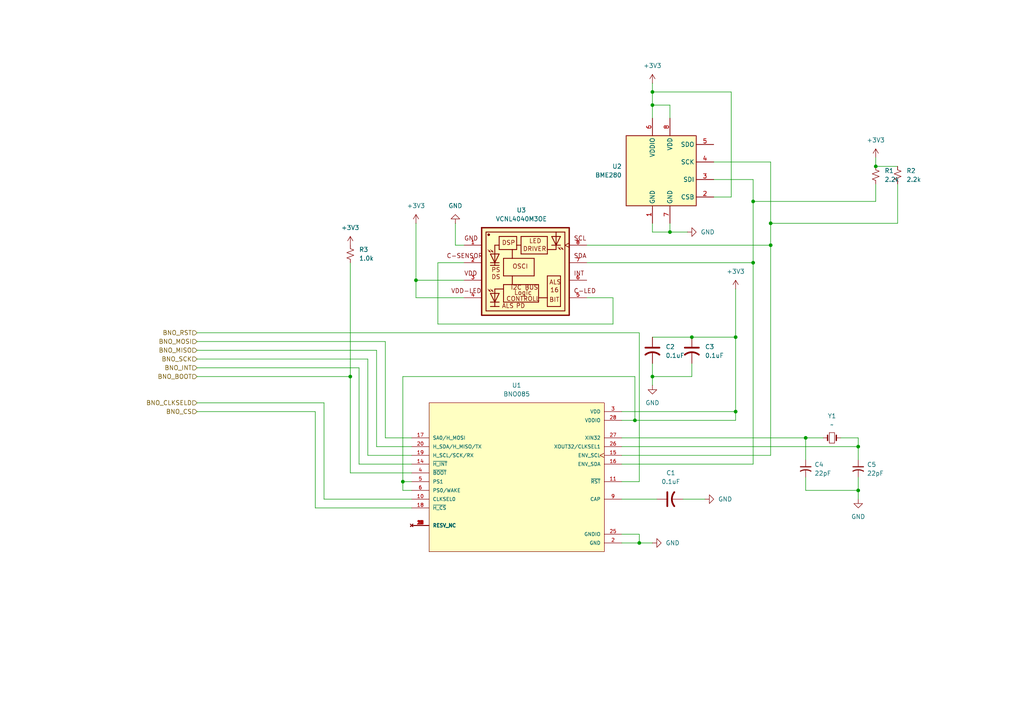
<source format=kicad_sch>
(kicad_sch (version 20250114) (generator "eeschema") (generator_version "9.0")
  (paper "A4")
  (lib_symbols
    (symbol "BNO085:BNO085" (pin_names (offset 1.016))
      (property "Reference" "U" (at -25.4 21.59 0))
      (property "Value" "BNO085" (at -25.4 -25.4 0))
      (symbol "BNO085_0_0"
        (rectangle (start -25.4 -22.86) (end 25.4 20.32) (stroke (width 0.1524)) (fill (type background)))
        (pin input line (at -30.48 10.16 0) (length 5.08) (name "SA0/H_MOSI") (number "17"))
        (pin bidirectional line (at -30.48 7.62 0) (length 5.08) (name "H_SDA/H_MISO/TX") (number "20"))
        (pin bidirectional line (at -30.48 5.08 0) (length 5.08) (name "H_SCL/SCK/RX") (number "19"))
        (pin output line (at -30.48 2.54 0) (length 5.08) (name "~{H_INT}") (number "14"))
        (pin input line (at -30.48 0 0) (length 5.08) (name "~{BOOT}") (number "4"))
        (pin input line (at -30.48 -2.54 0) (length 5.08) (name "PS1") (number "5"))
        (pin input line (at -30.48 -5.08 0) (length 5.08) (name "PS0/WAKE") (number "6"))
        (pin input line (at -30.48 -7.62 0) (length 5.08) (name "CLKSEL0") (number "10"))
        (pin input line (at -30.48 -10.16 0) (length 5.08) (name "~{H_CS}") (number "18"))
        (pin no_connect line (at -30.48 -15.24 0) (length 5.08) (name "RESV_NC") (number "1"))
        (pin no_connect line (at -30.48 -15.24 0) (length 5.08) (name "RESV_NC") (number "12"))
        (pin no_connect line (at -30.48 -15.24 0) (length 5.08) (name "RESV_NC") (number "13"))
        (pin no_connect line (at -30.48 -15.24 0) (length 5.08) (name "RESV_NC") (number "21"))
        (pin no_connect line (at -30.48 -15.24 0) (length 5.08) (name "RESV_NC") (number "22"))
        (pin no_connect line (at -30.48 -15.24 0) (length 5.08) (name "RESV_NC") (number "23"))
        (pin no_connect line (at -30.48 -15.24 0) (length 5.08) (name "RESV_NC") (number "24"))
        (pin no_connect line (at -30.48 -15.24 0) (length 5.08) (name "RESV_NC") (number "7"))
        (pin no_connect line (at -30.48 -15.24 0) (length 5.08) (name "RESV_NC") (number "8"))
        (pin power_in line (at 30.48 17.78 180) (length 5.08) (name "VDD") (number "3"))
        (pin power_in line (at 30.48 15.24 180) (length 5.08) (name "VDDIO") (number "28"))
        (pin input line (at 30.48 10.16 180) (length 5.08) (name "XIN32") (number "27"))
        (pin output line (at 30.48 7.62 180) (length 5.08) (name "XOUT32/CLKSEL1") (number "26"))
        (pin bidirectional clock (at 30.48 5.08 180) (length 5.08) (name "ENV_SCL") (number "15"))
        (pin bidirectional line (at 30.48 2.54 180) (length 5.08) (name "ENV_SDA") (number "16"))
        (pin input line (at 30.48 -2.54 180) (length 5.08) (name "~{RST}") (number "11"))
        (pin passive line (at 30.48 -7.62 180) (length 5.08) (name "CAP") (number "9"))
        (pin power_in line (at 30.48 -17.78 180) (length 5.08) (name "GNDIO") (number "25"))
        (pin power_in line (at 30.48 -20.32 180) (length 5.08) (name "GND") (number "2"))
      )
    )
    (symbol "Device:C_Small_US" (pin_numbers (hide yes)) (pin_names (offset 0.254) (hide yes))
      (property "Reference" "C" (at 0.254 1.778 0))
      (property "Value" "C_Small_US" (at 0.254 -2.032 0))
      (symbol "C_Small_US_0_1"
        (polyline (pts (xy -1.524 0.508) (xy 1.524 0.508)) (stroke (width 0.3048)))
        (arc (start -1.524 -0.762) (mid 0 -0.3734) (end 1.524 -0.762) (stroke (width 0.3048)))
      )
      (symbol "C_Small_US_1_1"
        (pin passive line (at 0 2.54 270) (length 2.032) (name "~") (number "1"))
        (pin passive line (at 0 -2.54 90) (length 2.032) (name "~") (number "2"))
      )
    )
    (symbol "Device:C_US" (pin_numbers (hide yes)) (pin_names (offset 0.254) (hide yes))
      (property "Reference" "C" (at 0.635 2.54 0))
      (property "Value" "C_US" (at 0.635 -2.54 0))
      (symbol "C_US_0_1"
        (polyline (pts (xy -2.032 0.762) (xy 2.032 0.762)) (stroke (width 0.508)))
        (arc (start -2.032 -1.27) (mid 0 -0.5572) (end 2.032 -1.27) (stroke (width 0.508)))
      )
      (symbol "C_US_1_1"
        (pin passive line (at 0 3.81 270) (length 2.794) (name "~") (number "1"))
        (pin passive line (at 0 -3.81 90) (length 3.302) (name "~") (number "2"))
      )
    )
    (symbol "Device:Crystal_Small" (pin_numbers (hide yes)) (pin_names (offset 1.016) (hide yes))
      (property "Reference" "Y" (at 0 2.54 0))
      (property "Value" "Crystal_Small" (at 0 -2.54 0))
      (symbol "Crystal_Small_0_1"
        (polyline (pts (xy -1.27 -0.762) (xy -1.27 0.762)) (stroke (width 0.381)))
        (rectangle (start -0.762 -1.524) (end 0.762 1.524))
        (polyline (pts (xy 1.27 -0.762) (xy 1.27 0.762)) (stroke (width 0.381)))
      )
      (symbol "Crystal_Small_1_1"
        (pin passive line (at -2.54 0 0) (length 1.27) (name "1") (number "1"))
        (pin passive line (at 2.54 0 180) (length 1.27) (name "2") (number "2"))
      )
    )
    (symbol "Device:R_Small_US" (pin_numbers (hide yes)) (pin_names (offset 0.254) (hide yes))
      (property "Reference" "R" (at 0.762 0.508 0))
      (property "Value" "R_Small_US" (at 0.762 -1.016 0))
      (symbol "R_Small_US_1_1"
        (polyline (pts (xy 0 1.524) (xy 1.016 1.143) (xy 0 0.762) (xy -1.016 0.381) (xy 0 0)))
        (polyline (pts (xy 0 0) (xy 1.016 -0.381) (xy 0 -0.762) (xy -1.016 -1.143) (xy 0 -1.524)))
        (pin passive line (at 0 2.54 270) (length 1.016) (name "~") (number "1"))
        (pin passive line (at 0 -2.54 90) (length 1.016) (name "~") (number "2"))
      )
    )
    (symbol "Sensor:BME280"
      (property "Reference" "U" (at -8.89 11.43 0))
      (property "Value" "BME280" (at 7.62 11.43 0))
      (symbol "BME280_0_1"
        (rectangle (start -10.16 10.16) (end 10.16 -10.16) (stroke (width 0.254)) (fill (type background)))
      )
      (symbol "BME280_1_1"
        (pin power_in line (at -2.54 15.24 270) (length 5.08) (name "VDDIO") (number "6"))
        (pin power_in line (at -2.54 -15.24 90) (length 5.08) (name "GND") (number "1"))
        (pin power_in line (at 2.54 15.24 270) (length 5.08) (name "VDD") (number "8"))
        (pin power_in line (at 2.54 -15.24 90) (length 5.08) (name "GND") (number "7"))
        (pin bidirectional line (at 15.24 7.62 180) (length 5.08) (name "SDO") (number "5"))
        (pin input line (at 15.24 2.54 180) (length 5.08) (name "SCK") (number "4"))
        (pin bidirectional line (at 15.24 -2.54 180) (length 5.08) (name "SDI") (number "3"))
        (pin input line (at 15.24 -7.62 180) (length 5.08) (name "CSB") (number "2"))
      )
    )
    (symbol "VCNL4040:VCNL4040M3OE" (pin_names (offset 1.016))
      (property "Reference" "U" (at -5.0878 13.9915 0))
      (property "Value" "VCNL4040M3OE" (at -5.0849 -15.2548 0))
      (symbol "VCNL4040M3OE_0_0"
        (rectangle (start -12.7 -12.7) (end 12.7 12.7) (stroke (width 0.4064)) (fill (type background)))
        (polyline (pts (xy -11.43 11.43) (xy 8.89 11.43)) (stroke (width 0.254)))
        (polyline (pts (xy -11.43 -11.43) (xy -11.43 11.43)) (stroke (width 0.254)))
        (polyline (pts (xy -10.922 6.35) (xy -10.16 5.588)) (stroke (width 0.127)))
        (polyline (pts (xy -10.922 -5.08) (xy -10.16 -5.842)) (stroke (width 0.127)))
        (circle (center -10.668 10.668) (radius 0.1796) (stroke (width 0.254)))
        (circle (center -10.668 10.668) (radius 0.254) (stroke (width 0.254)))
        (polyline (pts (xy -10.668 5.842) (xy -10.16 5.588)) (stroke (width 0.127)))
        (polyline (pts (xy -10.668 -5.588) (xy -10.16 -5.842)) (stroke (width 0.127)))
        (circle (center -10.541 10.668) (radius 0.127) (stroke (width 0.254)))
        (polyline (pts (xy -10.414 6.096) (xy -10.668 5.842)) (stroke (width 0.127)))
        (polyline (pts (xy -10.414 -5.334) (xy -10.668 -5.588)) (stroke (width 0.127)))
        (polyline (pts (xy -10.16 6.35) (xy -9.398 5.588)) (stroke (width 0.127)))
        (polyline (pts (xy -10.16 5.588) (xy -10.414 6.096)) (stroke (width 0.127)))
        (polyline (pts (xy -10.16 5.08) (xy -7.62 5.08)) (stroke (width 0.254)))
        (polyline (pts (xy -10.16 2.54) (xy -7.62 2.54)) (stroke (width 0.254)))
        (polyline (pts (xy -10.16 -5.08) (xy -9.398 -5.842)) (stroke (width 0.127)))
        (polyline (pts (xy -10.16 -5.842) (xy -10.414 -5.334)) (stroke (width 0.127)))
        (polyline (pts (xy -10.16 -6.35) (xy -8.89 -8.89)) (stroke (width 0.254)))
        (polyline (pts (xy -9.906 5.842) (xy -9.398 5.588)) (stroke (width 0.127)))
        (polyline (pts (xy -9.906 -5.588) (xy -9.398 -5.842)) (stroke (width 0.127)))
        (polyline (pts (xy -9.652 6.096) (xy -9.906 5.842)) (stroke (width 0.127)))
        (polyline (pts (xy -9.652 -5.334) (xy -9.906 -5.588)) (stroke (width 0.127)))
        (polyline (pts (xy -9.398 5.588) (xy -9.652 6.096)) (stroke (width 0.127)))
        (polyline (pts (xy -9.398 -5.842) (xy -9.652 -5.334)) (stroke (width 0.127)))
        (polyline (pts (xy -8.89 7.62) (xy -8.89 2.54)) (stroke (width 0.254)))
        (polyline (pts (xy -8.89 2.54) (xy -10.16 5.08)) (stroke (width 0.254)))
        (polyline (pts (xy -8.89 2.54) (xy -8.89 1.778)) (stroke (width 0.254)))
        (polyline (pts (xy -8.89 1.778) (xy -10.16 1.778)) (stroke (width 0.254)))
        (polyline (pts (xy -8.89 1.778) (xy -7.62 1.778)) (stroke (width 0.254)))
        (polyline (pts (xy -8.89 -5.08) (xy -8.89 -8.89)) (stroke (width 0.254)))
        (polyline (pts (xy -8.89 -8.89) (xy -8.89 -10.16)) (stroke (width 0.254)))
        (polyline (pts (xy -8.89 -8.89) (xy -7.62 -6.35)) (stroke (width 0.254)))
        (polyline (pts (xy -8.89 -10.16) (xy -10.16 -10.16)) (stroke (width 0.254)))
        (polyline (pts (xy -8.89 -10.16) (xy -7.62 -10.16)) (stroke (width 0.254)))
        (polyline (pts (xy -7.62 10.16) (xy -7.62 7.62)) (stroke (width 0.254)))
        (polyline (pts (xy -7.62 7.62) (xy -8.89 7.62)) (stroke (width 0.254)))
        (polyline (pts (xy -7.62 7.62) (xy -7.62 6.35)) (stroke (width 0.254)))
        (polyline (pts (xy -7.62 6.35) (xy -3.81 6.35)) (stroke (width 0.254)))
        (polyline (pts (xy -7.62 5.08) (xy -8.89 2.54)) (stroke (width 0.254)))
        (polyline (pts (xy -7.62 -6.35) (xy -10.16 -6.35)) (stroke (width 0.254)))
        (polyline (pts (xy -7.62 -8.89) (xy -10.16 -8.89)) (stroke (width 0.254)))
        (polyline (pts (xy -6.35 3.81) (xy -6.35 -1.27)) (stroke (width 0.254)))
        (polyline (pts (xy -6.35 -1.27) (xy -3.81 -1.27)) (stroke (width 0.254)))
        (polyline (pts (xy -6.35 -3.81) (xy -6.35 -5.08)) (stroke (width 0.254)))
        (polyline (pts (xy -6.35 -5.08) (xy -8.89 -5.08)) (stroke (width 0.254)))
        (polyline (pts (xy -6.35 -5.08) (xy -6.35 -8.89)) (stroke (width 0.254)))
        (polyline (pts (xy -6.35 -8.89) (xy 3.81 -8.89)) (stroke (width 0.254)))
        (polyline (pts (xy -3.81 6.35) (xy -3.81 3.81)) (stroke (width 0.254)))
        (polyline (pts (xy -3.81 6.35) (xy -2.54 6.35)) (stroke (width 0.254)))
        (polyline (pts (xy -3.81 3.81) (xy -6.35 3.81)) (stroke (width 0.254)))
        (polyline (pts (xy -3.81 -1.27) (xy -3.81 -3.81)) (stroke (width 0.254)))
        (polyline (pts (xy -3.81 -1.27) (xy 2.54 -1.27)) (stroke (width 0.254)))
        (polyline (pts (xy -3.81 -3.81) (xy -6.35 -3.81)) (stroke (width 0.254)))
        (polyline (pts (xy -2.54 10.16) (xy -7.62 10.16)) (stroke (width 0.254)))
        (polyline (pts (xy -2.54 7.62) (xy -2.54 10.16)) (stroke (width 0.254)))
        (polyline (pts (xy -2.54 6.35) (xy -2.54 7.62)) (stroke (width 0.254)))
        (polyline (pts (xy -1.27 10.16) (xy -1.27 7.62)) (stroke (width 0.254)))
        (polyline (pts (xy -1.27 7.62) (xy -2.54 7.62)) (stroke (width 0.254)))
        (polyline (pts (xy -1.27 7.62) (xy -1.27 5.08)) (stroke (width 0.254)))
        (polyline (pts (xy -1.27 5.08) (xy 6.35 5.08)) (stroke (width 0.254)))
        (polyline (pts (xy 2.54 3.81) (xy -3.81 3.81)) (stroke (width 0.254)))
        (polyline (pts (xy 2.54 -1.27) (xy 2.54 3.81)) (stroke (width 0.254)))
        (polyline (pts (xy 3.81 -3.81) (xy -3.81 -3.81)) (stroke (width 0.254)))
        (polyline (pts (xy 3.81 -7.62) (xy 3.81 -3.81)) (stroke (width 0.254)))
        (polyline (pts (xy 3.81 -7.62) (xy 6.35 -7.62)) (stroke (width 0.254)))
        (polyline (pts (xy 3.81 -8.89) (xy 3.81 -7.62)) (stroke (width 0.254)))
        (polyline (pts (xy 6.35 10.16) (xy -1.27 10.16)) (stroke (width 0.254)))
        (polyline (pts (xy 6.35 6.35) (xy 6.35 10.16)) (stroke (width 0.254)))
        (polyline (pts (xy 6.35 6.35) (xy 8.89 6.35)) (stroke (width 0.254)))
        (polyline (pts (xy 6.35 5.08) (xy 6.35 6.35)) (stroke (width 0.254)))
        (polyline (pts (xy 6.35 -1.27) (xy 10.16 -1.27)) (stroke (width 0.254)))
        (polyline (pts (xy 6.35 -7.62) (xy 6.35 -1.27)) (stroke (width 0.254)))
        (polyline (pts (xy 6.35 -10.16) (xy 6.35 -7.62)) (stroke (width 0.254)))
        (polyline (pts (xy 7.62 10.16) (xy 8.89 7.62)) (stroke (width 0.254)))
        (polyline (pts (xy 7.62 7.62) (xy 10.16 7.62)) (stroke (width 0.254)))
        (polyline (pts (xy 8.89 11.43) (xy 11.43 11.43)) (stroke (width 0.254)))
        (polyline (pts (xy 8.89 7.62) (xy 8.89 11.43)) (stroke (width 0.254)))
        (polyline (pts (xy 8.89 7.62) (xy 10.16 10.16)) (stroke (width 0.254)))
        (polyline (pts (xy 8.89 6.35) (xy 8.89 7.62)) (stroke (width 0.254)))
        (polyline (pts (xy 9.398 7.112) (xy 10.16 6.35)) (stroke (width 0.127)))
        (polyline (pts (xy 9.652 6.604) (xy 10.16 6.35)) (stroke (width 0.127)))
        (polyline (pts (xy 9.906 6.858) (xy 9.652 6.604)) (stroke (width 0.127)))
        (polyline (pts (xy 10.16 10.16) (xy 7.62 10.16)) (stroke (width 0.254)))
        (polyline (pts (xy 10.16 7.112) (xy 10.922 6.35)) (stroke (width 0.127)))
        (polyline (pts (xy 10.16 6.35) (xy 9.906 6.858)) (stroke (width 0.127)))
        (polyline (pts (xy 10.16 -1.27) (xy 10.16 -10.16)) (stroke (width 0.254)))
        (polyline (pts (xy 10.16 -10.16) (xy 6.35 -10.16)) (stroke (width 0.254)))
        (polyline (pts (xy 10.414 6.604) (xy 10.922 6.35)) (stroke (width 0.127)))
        (polyline (pts (xy 10.668 6.858) (xy 10.414 6.604)) (stroke (width 0.127)))
        (polyline (pts (xy 10.922 6.35) (xy 10.668 6.858)) (stroke (width 0.127)))
        (polyline (pts (xy 11.43 11.43) (xy 11.43 -11.43)) (stroke (width 0.254)))
        (polyline (pts (xy 11.43 -11.43) (xy -11.43 -11.43)) (stroke (width 0.254)))
        (text "C-SENSOR" (at -22.8829 3.8138 0) (effects (font (size 1.2713 1.2713)) (justify left bottom)))
        (text "VDD-LED" (at -21.6 -6.3529 0) (effects (font (size 1.2706 1.2706)) (justify left bottom)))
        (text "GND" (at -17.8006 8.9003 0) (effects (font (size 1.2715 1.2715)) (justify left bottom)))
        (text "VDD" (at -17.7928 -1.2709 0) (effects (font (size 1.2709 1.2709)) (justify left bottom)))
        (text "PS" (at -9.9181 -0.2543 0) (effects (font (size 1.2716 1.2716)) (justify left bottom)))
        (text "DS" (at -9.9085 -2.2866 0) (effects (font (size 1.2703 1.2703)) (justify left bottom)))
        (text "ALS" (at -6.8688 -10.6848 0) (effects (font (size 1.272 1.272)) (justify left bottom)))
        (text "DSP" (at -6.8687 7.6319 0) (effects (font (size 1.272 1.272)) (justify left bottom)))
        (text "CONTROLL" (at -5.593 -8.6437 0) (effects (font (size 1.2711 1.2711)) (justify left bottom)))
        (text "I2C BUS" (at -4.3216 -5.3384 0) (effects (font (size 1.2711 1.2711)) (justify left bottom)))
        (text "OSCI" (at -3.8134 0.7627 0) (effects (font (size 1.2711 1.2711)) (justify left bottom)))
        (text "Logic" (at -3.3078 -6.8701 0) (effects (font (size 1.2722 1.2722)) (justify left bottom)))
        (text "PD" (at -2.7947 -10.6706 0) (effects (font (size 1.2703 1.2703)) (justify left bottom)))
        (text "DRIVER" (at -0.7629 5.8487 0) (effects (font (size 1.2715 1.2715)) (justify left bottom)))
        (text "LED" (at 1.0163 8.1304 0) (effects (font (size 1.2704 1.2704)) (justify left bottom)))
        (text "BIT" (at 6.8643 -8.8982 0) (effects (font (size 1.2712 1.2712)) (justify left bottom)))
        (text "ALS" (at 6.8677 -3.8154 0) (effects (font (size 1.2718 1.2718)) (justify left bottom)))
        (text "16" (at 7.116 -6.0994 0) (effects (font (size 1.2707 1.2707)) (justify left bottom)))
        (text "INT" (at 13.9802 -1.2709 0) (effects (font (size 1.2709 1.2709)) (justify left bottom)))
        (text "C-LED" (at 13.9811 -6.355 0) (effects (font (size 1.271 1.271)) (justify left bottom)))
        (text "SDA" (at 13.9854 3.8142 0) (effects (font (size 1.2714 1.2714)) (justify left bottom)))
        (text "SCL" (at 13.9972 8.9073 0) (effects (font (size 1.2725 1.2725)) (justify left bottom)))
        (pin power_in line (at -17.78 7.62 0) (length 5.08) (name "~") (number "1"))
        (pin output line (at -17.78 2.54 0) (length 5.08) (name "~") (number "2"))
        (pin power_in line (at -17.78 -2.54 0) (length 5.08) (name "~") (number "3"))
        (pin power_in line (at -17.78 -7.62 0) (length 5.08) (name "~") (number "4"))
        (pin input clock (at 17.78 7.62 180) (length 5.08) (name "~") (number "8"))
        (pin bidirectional line (at 17.78 2.54 180) (length 5.08) (name "~") (number "7"))
        (pin output line (at 17.78 -2.54 180) (length 5.08) (name "~") (number "6"))
        (pin output line (at 17.78 -7.62 180) (length 5.08) (name "~") (number "5"))
      )
    )
    (symbol "power:+3V3" (power) (pin_numbers (hide yes)) (pin_names (offset 0) (hide yes))
      (property "Value" "+3V3" (at 0 3.556 0))
      (symbol "+3V3_0_1"
        (polyline (pts (xy -0.762 1.27) (xy 0 2.54)))
        (polyline (pts (xy 0 2.54) (xy 0.762 1.27)))
        (polyline (pts (xy 0 0) (xy 0 2.54)))
      )
      (symbol "+3V3_1_1"
        (pin power_in line (at 0 0 90) (length 0) (name "~") (number "1"))
      )
    )
    (symbol "power:GND" (power) (pin_numbers (hide yes)) (pin_names (offset 0) (hide yes))
      (property "Value" "GND" (at 0 -3.81 0))
      (symbol "GND_0_1"
        (polyline (pts (xy 0 0) (xy 0 -1.27) (xy 1.27 -1.27) (xy 0 -2.54) (xy -1.27 -1.27) (xy 0 -1.27)))
      )
      (symbol "GND_1_1"
        (pin power_in line (at 0 0 270) (length 0) (name "~") (number "1"))
      )
    )
  )
  (junction (at 218.44 58.42))
  (junction (at 223.52 64.77))
  (junction (at 101.6 109.22))
  (junction (at 120.65 81.28))
  (junction (at 184.15 121.92))
  (junction (at 223.52 71.12))
  (junction (at 200.66 97.79))
  (junction (at 248.92 142.24))
  (junction (at 254 48.26))
  (junction (at 189.23 30.48))
  (junction (at 116.84 139.7))
  (junction (at 213.36 119.38))
  (junction (at 189.23 109.22))
  (junction (at 248.92 129.54))
  (junction (at 189.23 26.67))
  (junction (at 213.36 97.79))
  (junction (at 185.42 157.48))
  (junction (at 233.68 127))
  (junction (at 218.44 76.2))
  (junction (at 194.31 67.31))
  (wire (pts (xy 189.23 26.67) (xy 189.23 30.48)))
  (wire (pts (xy 189.23 105.41) (xy 189.23 109.22)))
  (wire (pts (xy 180.34 121.92) (xy 184.15 121.92)))
  (wire (pts (xy 134.62 86.36) (xy 120.65 86.36)))
  (wire (pts (xy 170.18 76.2) (xy 218.44 76.2)))
  (wire (pts (xy 189.23 24.13) (xy 189.23 26.67)))
  (wire (pts (xy 180.34 139.7) (xy 185.42 139.7)))
  (wire (pts (xy 57.15 119.38) (xy 91.44 119.38)))
  (wire (pts (xy 180.34 154.94) (xy 185.42 154.94)))
  (wire (pts (xy 213.36 119.38) (xy 213.36 97.79)))
  (wire (pts (xy 189.23 67.31) (xy 194.31 67.31)))
  (wire (pts (xy 254 45.72) (xy 254 48.26)))
  (wire (pts (xy 119.38 144.78) (xy 93.98 144.78)))
  (wire (pts (xy 207.01 57.15) (xy 212.09 57.15)))
  (wire (pts (xy 134.62 81.28) (xy 120.65 81.28)))
  (wire (pts (xy 189.23 64.77) (xy 189.23 67.31)))
  (wire (pts (xy 93.98 144.78) (xy 93.98 116.84)))
  (wire (pts (xy 189.23 109.22) (xy 200.66 109.22)))
  (wire (pts (xy 134.62 71.12) (xy 132.08 71.12)))
  (wire (pts (xy 119.38 134.62) (xy 104.14 134.62)))
  (wire (pts (xy 218.44 52.07) (xy 207.01 52.07)))
  (wire (pts (xy 218.44 58.42) (xy 254 58.42)))
  (wire (pts (xy 57.15 101.6) (xy 109.22 101.6)))
  (wire (pts (xy 233.68 127) (xy 238.76 127)))
  (wire (pts (xy 194.31 30.48) (xy 189.23 30.48)))
  (wire (pts (xy 254 48.26) (xy 260.35 48.26)))
  (wire (pts (xy 91.44 147.32) (xy 91.44 119.38)))
  (wire (pts (xy 233.68 127) (xy 233.68 133.35)))
  (wire (pts (xy 106.68 132.08) (xy 106.68 104.14)))
  (wire (pts (xy 119.38 137.16) (xy 101.6 137.16)))
  (wire (pts (xy 185.42 157.48) (xy 189.23 157.48)))
  (wire (pts (xy 185.42 154.94) (xy 185.42 157.48)))
  (wire (pts (xy 200.66 105.41) (xy 200.66 109.22)))
  (wire (pts (xy 223.52 46.99) (xy 207.01 46.99)))
  (wire (pts (xy 260.35 53.34) (xy 260.35 64.77)))
  (wire (pts (xy 57.15 106.68) (xy 104.14 106.68)))
  (wire (pts (xy 180.34 127) (xy 233.68 127)))
  (wire (pts (xy 223.52 64.77) (xy 223.52 46.99)))
  (wire (pts (xy 116.84 109.22) (xy 184.15 109.22)))
  (wire (pts (xy 180.34 134.62) (xy 218.44 134.62)))
  (wire (pts (xy 120.65 81.28) (xy 120.65 64.77)))
  (wire (pts (xy 233.68 138.43) (xy 233.68 142.24)))
  (wire (pts (xy 189.23 109.22) (xy 189.23 111.76)))
  (wire (pts (xy 233.68 142.24) (xy 248.92 142.24)))
  (wire (pts (xy 248.92 142.24) (xy 248.92 144.78)))
  (wire (pts (xy 127 76.2) (xy 127 93.98)))
  (wire (pts (xy 127 93.98) (xy 177.8 93.98)))
  (wire (pts (xy 180.34 132.08) (xy 223.52 132.08)))
  (wire (pts (xy 189.23 97.79) (xy 200.66 97.79)))
  (wire (pts (xy 57.15 99.06) (xy 111.76 99.06)))
  (wire (pts (xy 184.15 121.92) (xy 213.36 121.92)))
  (wire (pts (xy 218.44 76.2) (xy 218.44 134.62)))
  (wire (pts (xy 180.34 119.38) (xy 213.36 119.38)))
  (wire (pts (xy 248.92 138.43) (xy 248.92 142.24)))
  (wire (pts (xy 189.23 30.48) (xy 189.23 34.29)))
  (wire (pts (xy 134.62 76.2) (xy 127 76.2)))
  (wire (pts (xy 223.52 71.12) (xy 223.52 132.08)))
  (wire (pts (xy 177.8 86.36) (xy 170.18 86.36)))
  (wire (pts (xy 184.15 109.22) (xy 184.15 121.92)))
  (wire (pts (xy 170.18 71.12) (xy 223.52 71.12)))
  (wire (pts (xy 57.15 96.52) (xy 185.42 96.52)))
  (wire (pts (xy 185.42 139.7) (xy 185.42 96.52)))
  (wire (pts (xy 119.38 147.32) (xy 91.44 147.32)))
  (wire (pts (xy 116.84 139.7) (xy 116.84 109.22)))
  (wire (pts (xy 119.38 127) (xy 111.76 127)))
  (wire (pts (xy 260.35 64.77) (xy 223.52 64.77)))
  (wire (pts (xy 200.66 97.79) (xy 213.36 97.79)))
  (wire (pts (xy 218.44 58.42) (xy 218.44 52.07)))
  (wire (pts (xy 57.15 104.14) (xy 106.68 104.14)))
  (wire (pts (xy 194.31 34.29) (xy 194.31 30.48)))
  (wire (pts (xy 248.92 127) (xy 248.92 129.54)))
  (wire (pts (xy 119.38 132.08) (xy 106.68 132.08)))
  (wire (pts (xy 119.38 129.54) (xy 109.22 129.54)))
  (wire (pts (xy 120.65 86.36) (xy 120.65 81.28)))
  (wire (pts (xy 111.76 127) (xy 111.76 99.06)))
  (wire (pts (xy 180.34 129.54) (xy 248.92 129.54)))
  (wire (pts (xy 57.15 109.22) (xy 101.6 109.22)))
  (wire (pts (xy 254 58.42) (xy 254 53.34)))
  (wire (pts (xy 132.08 71.12) (xy 132.08 64.77)))
  (wire (pts (xy 104.14 134.62) (xy 104.14 106.68)))
  (wire (pts (xy 116.84 139.7) (xy 116.84 142.24)))
  (wire (pts (xy 57.15 116.84) (xy 93.98 116.84)))
  (wire (pts (xy 180.34 157.48) (xy 185.42 157.48)))
  (wire (pts (xy 194.31 64.77) (xy 194.31 67.31)))
  (wire (pts (xy 243.84 127) (xy 248.92 127)))
  (wire (pts (xy 248.92 129.54) (xy 248.92 133.35)))
  (wire (pts (xy 177.8 93.98) (xy 177.8 86.36)))
  (wire (pts (xy 213.36 97.79) (xy 213.36 83.82)))
  (wire (pts (xy 109.22 129.54) (xy 109.22 101.6)))
  (wire (pts (xy 116.84 142.24) (xy 119.38 142.24)))
  (wire (pts (xy 212.09 26.67) (xy 189.23 26.67)))
  (wire (pts (xy 212.09 57.15) (xy 212.09 26.67)))
  (wire (pts (xy 116.84 139.7) (xy 119.38 139.7)))
  (wire (pts (xy 218.44 58.42) (xy 218.44 76.2)))
  (wire (pts (xy 194.31 67.31) (xy 199.39 67.31)))
  (wire (pts (xy 198.12 144.78) (xy 204.47 144.78)))
  (wire (pts (xy 223.52 64.77) (xy 223.52 71.12)))
  (wire (pts (xy 213.36 121.92) (xy 213.36 119.38)))
  (wire (pts (xy 180.34 144.78) (xy 190.5 144.78)))
  (wire (pts (xy 101.6 137.16) (xy 101.6 109.22)))
  (wire (pts (xy 101.6 76.2) (xy 101.6 109.22)))
  (hierarchical_label "BNO_CLKSELD" (shape input) (at 57.15 116.84 180))
  (hierarchical_label "BNO_SCK" (shape input) (at 57.15 104.14 180))
  (hierarchical_label "BNO_MISO" (shape input) (at 57.15 101.6 180))
  (hierarchical_label "BNO_MOSI" (shape input) (at 57.15 99.06 180))
  (hierarchical_label "BNO_CS" (shape input) (at 57.15 119.38 180))
  (hierarchical_label "BNO_INT" (shape input) (at 57.15 106.68 180))
  (hierarchical_label "BNO_RST" (shape input) (at 57.15 96.52 180))
  (hierarchical_label "BNO_BOOT" (shape input) (at 57.15 109.22 180))
  (symbol (lib_id "Device:C_Small_US") (at 233.68 135.89 0) (unit 1)
    (property "Reference" "C4" (at 236.22 134.7469 0) (effects (justify left)))
    (property "Value" "22pF" (at 236.22 137.2869 0) (effects (justify left)))
    (property "Description" "capacitor, small US symbol" (effects (hide yes)))
  )
  (symbol (lib_id "BNO085:BNO085") (at 149.86 137.16 0) (unit 1)
    (property "Reference" "U1" (at 149.86 111.76 0))
    (property "Value" "BNO085" (at 149.86 114.3 0))
    (property "Footprint" "BNO085:IC_BNO085" (effects (hide yes)))
    (property "MF" "Hillcrest Laboratories," (effects (hide yes)))
    (property "MAXIMUM_PACKAGE_HEIGHT" "1.18mm" (effects (hide yes)))
    (property "Package" "TFLGA-28 Hillcrest Laboratories" (effects (hide yes)))
    (property "Price" "None" (effects (hide yes)))
    (property "Check_prices" "https://www.snapeda.com/parts/BNO085/Hillcrest+Laboratories%252C+Inc./view-part/?ref=eda" (effects (hide yes)))
    (property "STANDARD" "Manufacturer Recommendations" (effects (hide yes)))
    (property "PARTREV" "v1.17" (effects (hide yes)))
    (property "SnapEDA_Link" "https://www.snapeda.com/parts/BNO085/Hillcrest+Laboratories%252C+Inc./view-part/?ref=snap" (effects (hide yes)))
    (property "MP" "BNO085" (effects (hide yes)))
    (property "Description_1" "Accelerometer, Gyroscope, Magnetometer, 9 Axis Sensor I²C, SPI, UART Output" (effects (hide yes)))
    (property "Availability" "Not in stock" (effects (hide yes)))
    (property "MANUFACTURER" "Hillcrest Laboratories, Inc." (effects (hide yes)))
  )
  (symbol (lib_id "Device:C_US") (at 200.66 101.6 0) (unit 1)
    (property "Reference" "C3" (at 204.47 100.5839 0) (effects (justify left)))
    (property "Value" "0.1uF" (at 204.47 103.1239 0) (effects (justify left)))
    (property "Description" "capacitor, US symbol" (effects (hide yes)))
  )
  (symbol (lib_id "Device:C_US") (at 194.31 144.78 90) (unit 1)
    (property "Reference" "C1" (at 194.564 137.16 90))
    (property "Value" "0.1uF" (at 194.564 139.7 90))
    (property "Description" "capacitor, US symbol" (effects (hide yes)))
  )
  (symbol (lib_id "Device:R_Small_US") (at 101.6 73.66 0) (unit 1)
    (property "Reference" "R3" (at 104.14 72.3899 0) (effects (justify left)))
    (property "Value" "1.0k" (at 104.14 74.9299 0) (effects (justify left)))
    (property "Description" "Resistor, small US symbol" (effects (hide yes)))
  )
  (symbol (lib_id "power:+3V3") (at 101.6 71.12 0) (unit 1)
    (property "Reference" "#PWR08" (effects (hide yes)))
    (property "Value" "+3V3" (at 101.6 66.04 0))
    (property "Description" "Power symbol creates a global label with name \"+3V3\"" (effects (hide yes)))
  )
  (symbol (lib_id "power:+3V3") (at 213.36 83.82 0) (unit 1)
    (property "Reference" "#PWR06" (effects (hide yes)))
    (property "Value" "+3V3" (at 213.36 78.74 0))
    (property "Description" "Power symbol creates a global label with name \"+3V3\"" (effects (hide yes)))
  )
  (symbol (lib_id "Device:R_Small_US") (at 254 50.8 0) (unit 1)
    (property "Reference" "R1" (at 256.54 49.5299 0) (effects (justify left)))
    (property "Value" "2.2k" (at 256.54 52.0699 0) (effects (justify left)))
    (property "Description" "Resistor, small US symbol" (effects (hide yes)))
  )
  (symbol (lib_id "Sensor:BME280") (at 191.77 49.53 0) (unit 1)
    (property "Reference" "U2" (at 180.34 48.2599 0) (effects (justify right)))
    (property "Value" "BME280" (at 180.34 50.7999 0) (effects (justify right)))
    (property "Footprint" "Package_LGA:Bosch_LGA-8_2.5x2.5mm_P0.65mm_ClockwisePinNumbering" (effects (hide yes)))
    (property "Datasheet" "https://www.bosch-sensortec.com/media/boschsensortec/downloads/datasheets/bst-bme280-ds002.pdf" (effects (hide yes)))
    (property "Description" "3-in-1 sensor, humidity, pressure, temperature, I2C and SPI interface, 1.71-3.6V, LGA-8" (effects (hide yes)))
  )
  (symbol (lib_id "power:+3V3") (at 120.65 64.77 0) (unit 1)
    (property "Reference" "#PWR011" (effects (hide yes)))
    (property "Value" "+3V3" (at 120.65 59.69 0))
    (property "Description" "Power symbol creates a global label with name \"+3V3\"" (effects (hide yes)))
  )
  (symbol (lib_id "power:GND") (at 204.47 144.78 90) (unit 1)
    (property "Reference" "#PWR04" (effects (hide yes)))
    (property "Value" "GND" (at 208.28 144.7799 90) (effects (justify right)))
    (property "Description" "Power symbol creates a global label with name \"GND\" , ground" (effects (hide yes)))
  )
  (symbol (lib_id "Device:C_US") (at 189.23 101.6 0) (unit 1)
    (property "Reference" "C2" (at 193.04 100.5839 0) (effects (justify left)))
    (property "Value" "0.1uF" (at 193.04 103.1239 0) (effects (justify left)))
    (property "Description" "capacitor, US symbol" (effects (hide yes)))
  )
  (symbol (lib_id "power:GND") (at 189.23 157.48 90) (unit 1)
    (property "Reference" "#PWR03" (effects (hide yes)))
    (property "Value" "GND" (at 193.04 157.4799 90) (effects (justify right)))
    (property "Description" "Power symbol creates a global label with name \"GND\" , ground" (effects (hide yes)))
  )
  (symbol (lib_id "Device:C_Small_US") (at 248.92 135.89 0) (unit 1)
    (property "Reference" "C5" (at 251.46 134.7469 0) (effects (justify left)))
    (property "Value" "22pF" (at 251.46 137.2869 0) (effects (justify left)))
    (property "Description" "capacitor, small US symbol" (effects (hide yes)))
  )
  (symbol (lib_id "power:GND") (at 132.08 64.77 180) (unit 1)
    (property "Reference" "#PWR010" (effects (hide yes)))
    (property "Value" "GND" (at 132.08 59.69 0))
    (property "Description" "Power symbol creates a global label with name \"GND\" , ground" (effects (hide yes)))
  )
  (symbol (lib_id "power:GND") (at 189.23 111.76 0) (unit 1)
    (property "Reference" "#PWR05" (effects (hide yes)))
    (property "Value" "GND" (at 189.23 116.84 0))
    (property "Description" "Power symbol creates a global label with name \"GND\" , ground" (effects (hide yes)))
  )
  (symbol (lib_id "power:GND") (at 199.39 67.31 90) (unit 1)
    (property "Reference" "#PWR01" (effects (hide yes)))
    (property "Value" "GND" (at 203.2 67.3099 90) (effects (justify right)))
    (property "Description" "Power symbol creates a global label with name \"GND\" , ground" (effects (hide yes)))
  )
  (symbol (lib_id "Device:Crystal_Small") (at 241.3 127 0) (unit 1)
    (property "Reference" "Y1" (at 241.3 120.65 0))
    (property "Value" "~" (at 241.3 123.19 0))
    (property "Description" "Two pin crystal, small symbol" (effects (hide yes)))
  )
  (symbol (lib_id "power:+3V3") (at 189.23 24.13 0) (unit 1)
    (property "Reference" "#PWR02" (effects (hide yes)))
    (property "Value" "+3V3" (at 189.23 19.05 0))
    (property "Description" "Power symbol creates a global label with name \"+3V3\"" (effects (hide yes)))
  )
  (symbol (lib_id "Device:R_Small_US") (at 260.35 50.8 0) (unit 1)
    (property "Reference" "R2" (at 262.89 49.5299 0) (effects (justify left)))
    (property "Value" "2.2k" (at 262.89 52.0699 0) (effects (justify left)))
    (property "Description" "Resistor, small US symbol" (effects (hide yes)))
  )
  (symbol (lib_id "power:+3V3") (at 254 45.72 0) (unit 1)
    (property "Reference" "#PWR07" (effects (hide yes)))
    (property "Value" "+3V3" (at 254 40.64 0))
    (property "Description" "Power symbol creates a global label with name \"+3V3\"" (effects (hide yes)))
  )
  (symbol (lib_id "power:GND") (at 248.92 144.78 0) (unit 1)
    (property "Reference" "#PWR09" (effects (hide yes)))
    (property "Value" "GND" (at 248.92 149.86 0))
    (property "Description" "Power symbol creates a global label with name \"GND\" , ground" (effects (hide yes)))
  )
  (symbol (lib_id "VCNL4040:VCNL4040M3OE") (at 152.4 78.74 0) (unit 1)
    (property "Reference" "U3" (at 151.2076 60.96 0))
    (property "Value" "VCNL4040M3OE" (at 151.2076 63.5 0))
    (property "Footprint" "VCNL4040M3OE:VISHAY_VCNL4040_4X2X1.1" (effects (hide yes)))
    (property "TAPE_REEL" "YES" (effects (hide yes)))
    (property "MF" "Vishay" (effects (hide yes)))
    (property "Description_1" "IR, Ambient Light Proximity Sensor 0 ~ 7.874 (0mm ~ 200mm) 8-SMD Module" (effects (hide yes)))
    (property "Package" "None" (effects (hide yes)))
    (property "Price" "None" (effects (hide yes)))
    (property "VOLUME" "MOQ: 2500 pcs" (effects (hide yes)))
    (property "SnapEDA_Link" "https://www.snapeda.com/parts/VCNL4040M3OE/Vishay+Semiconductor+Opto+Division/view-part/?ref=snap" (effects (hide yes)))
    (property "MP" "VCNL4040M3OE" (effects (hide yes)))
    (property "Availability" "In Stock" (effects (hide yes)))
    (property "Check_prices" "https://www.snapeda.com/parts/VCNL4040M3OE/Vishay+Semiconductor+Opto+Division/view-part/?ref=eda" (effects (hide yes)))
  )
)
</source>
